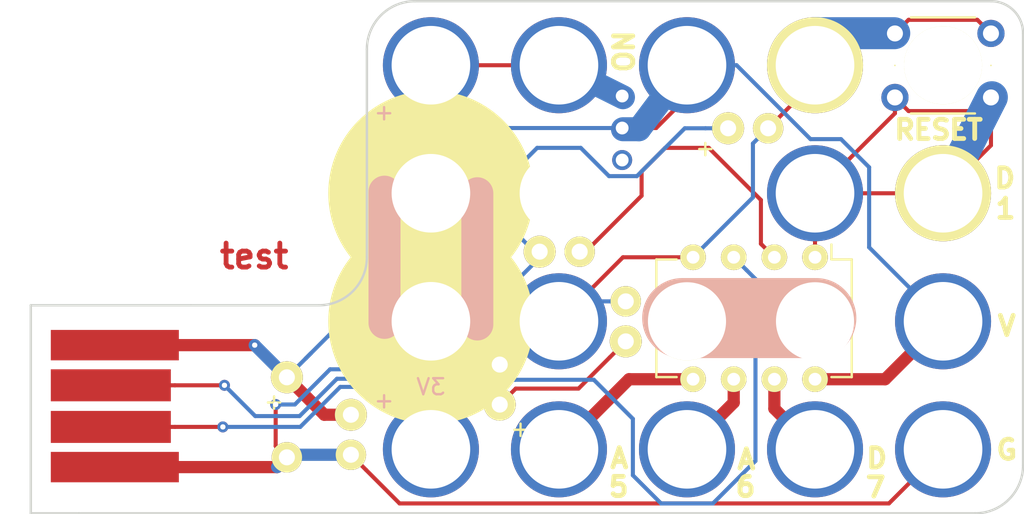
<source format=kicad_pcb>
(kicad_pcb (version 4) (host pcbnew 4.0.4+e1-6308~48~ubuntu14.04.1-stable)

  (general
    (links 35)
    (no_connects 0)
    (area 83.669799 87.669799 153.808772 123.1052)
    (thickness 1.6)
    (drawings 25)
    (tracks 133)
    (zones 0)
    (modules 18)
    (nets 12)
  )

  (page A4)
  (title_block
    (title "Rewire Project - ATTiny85 with USB Traces")
    (date 2016-03-03)
    (rev v1.0)
    (company "All Rights Reserved")
    (comment 1 help@browndoggadgets.com)
    (comment 2 http://www.browndoggadgets.com/)
    (comment 3 "Company: Brown Dog Gadgets")
  )

  (layers
    (0 F.Cu signal)
    (31 B.Cu signal)
    (34 B.Paste user)
    (35 F.Paste user)
    (36 B.SilkS user)
    (37 F.SilkS user)
    (38 B.Mask user)
    (39 F.Mask user)
    (44 Edge.Cuts user)
  )

  (setup
    (last_trace_width 0.1524)
    (user_trace_width 0.1524)
    (user_trace_width 0.254)
    (user_trace_width 0.3302)
    (user_trace_width 0.508)
    (user_trace_width 0.762)
    (trace_clearance 0.254)
    (zone_clearance 0.508)
    (zone_45_only no)
    (trace_min 0.1524)
    (segment_width 0.2)
    (edge_width 0.15)
    (via_size 0.6858)
    (via_drill 0.3302)
    (via_min_size 0.6858)
    (via_min_drill 0.3302)
    (user_via 0.6858 0.3302)
    (user_via 0.762 0.4064)
    (user_via 0.8636 0.508)
    (uvia_size 0.762)
    (uvia_drill 0.508)
    (uvias_allowed no)
    (uvia_min_size 0)
    (uvia_min_drill 0)
    (pcb_text_width 0.3)
    (pcb_text_size 1.5 1.5)
    (mod_edge_width 0.15)
    (mod_text_size 1 1)
    (mod_text_width 0.15)
    (pad_size 6 6)
    (pad_drill 4.91)
    (pad_to_mask_clearance 0.2)
    (aux_axis_origin 0 0)
    (grid_origin 108 110)
    (visible_elements FFFEDF7D)
    (pcbplotparams
      (layerselection 0x010f0_80000001)
      (usegerberextensions true)
      (excludeedgelayer true)
      (linewidth 0.100000)
      (plotframeref false)
      (viasonmask false)
      (mode 1)
      (useauxorigin false)
      (hpglpennumber 1)
      (hpglpenspeed 20)
      (hpglpendiameter 15)
      (hpglpenoverlay 2)
      (psnegative false)
      (psa4output false)
      (plotreference true)
      (plotvalue true)
      (plotinvisibletext false)
      (padsonsilk false)
      (subtractmaskfromsilk false)
      (outputformat 1)
      (mirror false)
      (drillshape 0)
      (scaleselection 1)
      (outputdirectory gerbers/))
  )

  (net 0 "")
  (net 1 "Net-(IC1-Pad1)")
  (net 2 "Net-(IC1-Pad2)")
  (net 3 "Net-(IC1-Pad3)")
  (net 4 GND)
  (net 5 "Net-(IC1-Pad5)")
  (net 6 "Net-(IC1-Pad6)")
  (net 7 "Net-(IC1-Pad7)")
  (net 8 VCC)
  (net 9 "Net-(D1-Pad1)")
  (net 10 "Net-(D2-Pad1)")
  (net 11 "Net-(BT1-Pad1)")

  (net_class Default "This is the default net class."
    (clearance 0.254)
    (trace_width 0.1524)
    (via_dia 0.6858)
    (via_drill 0.3302)
    (uvia_dia 0.762)
    (uvia_drill 0.508)
    (add_net GND)
    (add_net "Net-(BT1-Pad1)")
    (add_net "Net-(D1-Pad1)")
    (add_net "Net-(D2-Pad1)")
    (add_net "Net-(IC1-Pad1)")
    (add_net "Net-(IC1-Pad2)")
    (add_net "Net-(IC1-Pad3)")
    (add_net "Net-(IC1-Pad5)")
    (add_net "Net-(IC1-Pad6)")
    (add_net "Net-(IC1-Pad7)")
    (add_net VCC)
  )

  (net_class Power ""
    (clearance 0.3302)
    (trace_width 0.508)
    (via_dia 0.762)
    (via_drill 0.4064)
    (uvia_dia 0.762)
    (uvia_drill 0.508)
  )

  (module Rewire_Circuits:BUTTON-1x3-90DEGREE-TH-OMRON-B3F-1XXX (layer F.Cu) (tedit 56D7D885) (tstamp 56E4A18C)
    (at 148 94)
    (descr "BUTTON 1x3 TH OMRON B3F-1XXX")
    (tags "Omron B3F-10xx")
    (path /56DAC632)
    (fp_text reference SW1 (at 0.05 0.15) (layer F.SilkS) hide
      (effects (font (size 1 1) (thickness 0.15)))
    )
    (fp_text value SW_PUSH (at -0.45 -4.6 180) (layer F.Fab) hide
      (effects (font (size 1 1) (thickness 0.15)))
    )
    (fp_line (start -3.05 -2) (end -8 -2) (layer B.Cu) (width 2))
    (fp_line (start -2.0066 3.0142) (end 1.9934 3.0142) (layer F.SilkS) (width 0.15))
    (fp_line (start -2.0066 -2.9858) (end 1.9934 -2.9858) (layer F.SilkS) (width 0.15))
    (fp_line (start -3.0066 0.0142) (end -3.0066 0.0142) (layer F.SilkS) (width 0))
    (fp_line (start 1.9934 3.0142) (end -2.0066 3.0142) (layer F.SilkS) (width 0))
    (fp_line (start 1.9934 -2.9858) (end -2.0066 -2.9858) (layer F.SilkS) (width 0))
    (fp_line (start 2.9934 0.0142) (end 2.9934 0.0142) (layer F.SilkS) (width 0))
    (fp_circle (center -0.0066 0.0142) (end 0.9934 1.0142) (layer F.SilkS) (width 0))
    (fp_line (start 0 8) (end 3.05 2) (layer B.Cu) (width 2))
    (pad 2 thru_hole circle (at 2.9934 2.0142) (size 1.7 1.7) (drill 1) (layers *.Cu *.Mask)
      (net 1 "Net-(IC1-Pad1)"))
    (pad 2 thru_hole circle (at -3.0066 2.0142) (size 1.7 1.7) (drill 1) (layers *.Cu *.Mask)
      (net 1 "Net-(IC1-Pad1)"))
    (pad 1 thru_hole circle (at 2.9934 -1.9858) (size 1.7 1.7) (drill 1) (layers *.Cu *.Mask)
      (net 4 GND))
    (pad 1 thru_hole circle (at -3.0066 -1.9858) (size 1.7 1.7) (drill 1) (layers *.Cu *.Mask)
      (net 4 GND))
    (pad "" np_thru_hole circle (at 0 0) (size 4.88 4.88) (drill 4.91) (layers *.Cu *.Mask F.SilkS))
    (pad 1 thru_hole circle (at -8 0) (size 6 6) (drill 4.91) (layers *.Cu *.Mask F.SilkS)
      (net 4 GND))
    (pad 2 thru_hole circle (at 0 8) (size 6 6) (drill 4.91) (layers *.Cu *.Mask F.SilkS)
      (net 1 "Net-(IC1-Pad1)"))
  )

  (module Rewire_Circuits:STANDALONE-LEGO-HOLE-PLATED (layer F.Cu) (tedit 56DA6C70) (tstamp 56F92174)
    (at 148 110)
    (descr "2.54mm pitch through hole polarized 1x2")
    (fp_text reference PAD (at 4.05 3.5) (layer F.SilkS) hide
      (effects (font (size 1 1) (thickness 0.15)))
    )
    (fp_text value HOLE (at 0.3 3.9) (layer F.Fab) hide
      (effects (font (size 1 1) (thickness 0.15)))
    )
    (pad 1 thru_hole circle (at 0 0) (size 6 6) (drill 4.91) (layers *.Cu *.Mask)
      (net 8 VCC))
  )

  (module Rewire_Circuits:DIP8-PLATFORM-TEST-NARROW (layer F.Cu) (tedit 56DA68AE) (tstamp 56F40337)
    (at 136 110 180)
    (descr "8-lead dip package, row spacing 7.62 mm (300 mils)")
    (tags "dil dip 2.54 300")
    (path /56DA9D04)
    (fp_text reference IC1 (at 8 -8 270) (layer F.SilkS) hide
      (effects (font (size 1 1) (thickness 0.15)))
    )
    (fp_text value ATTINY85-P (at 8 8 270) (layer B.SilkS) hide
      (effects (font (size 1 1) (thickness 0.15)) (justify mirror))
    )
    (fp_line (start -4.082 0.2) (end 4.3 0.2) (layer B.SilkS) (width 5))
    (fp_line (start -6.45 5.05) (end 6.1 5.05) (layer F.CrtYd) (width 0.05))
    (fp_line (start -6.45 -4.65) (end 6.1 -4.65) (layer F.CrtYd) (width 0.05))
    (fp_line (start -6.45 5.05) (end -6.45 -4.65) (layer F.CrtYd) (width 0.05))
    (fp_line (start 6.1 5.05) (end 6.1 -4.65) (layer F.CrtYd) (width 0.05))
    (fp_line (start -6.295 3.865) (end -5.025 3.865) (layer F.SilkS) (width 0.15))
    (fp_line (start -6.295 -3.485) (end -5.025 -3.485) (layer F.SilkS) (width 0.15))
    (fp_line (start 5.915 -3.485) (end 4.645 -3.485) (layer F.SilkS) (width 0.15))
    (fp_line (start 5.915 3.865) (end 4.645 3.865) (layer F.SilkS) (width 0.15))
    (fp_line (start -6.295 3.865) (end -6.295 -3.485) (layer F.SilkS) (width 0.15))
    (fp_line (start 5.915 3.865) (end 5.915 -3.485) (layer F.SilkS) (width 0.15))
    (fp_line (start -5.025 3.865) (end -5.025 4.8) (layer F.SilkS) (width 0.15))
    (pad 1 thru_hole oval (at -4 4 270) (size 1.6 1.6) (drill 0.8) (layers *.Cu *.Mask F.SilkS)
      (net 1 "Net-(IC1-Pad1)"))
    (pad 2 thru_hole oval (at -1.46 4 270) (size 1.6 1.6) (drill 0.8) (layers *.Cu *.Mask F.SilkS)
      (net 2 "Net-(IC1-Pad2)"))
    (pad 3 thru_hole oval (at 1.08 4 270) (size 1.6 1.6) (drill 0.8) (layers *.Cu *.Mask F.SilkS)
      (net 3 "Net-(IC1-Pad3)"))
    (pad 4 thru_hole oval (at 3.62 4 270) (size 1.6 1.6) (drill 0.8) (layers *.Cu *.Mask F.SilkS)
      (net 4 GND))
    (pad 5 thru_hole oval (at 3.62 -3.62 270) (size 1.6 1.6) (drill 0.8) (layers *.Cu *.Mask F.SilkS)
      (net 5 "Net-(IC1-Pad5)"))
    (pad 6 thru_hole oval (at 1.08 -3.62 270) (size 1.6 1.6) (drill 0.8) (layers *.Cu *.Mask F.SilkS)
      (net 6 "Net-(IC1-Pad6)"))
    (pad 7 thru_hole oval (at -1.46 -3.62 270) (size 1.6 1.6) (drill 0.8) (layers *.Cu *.Mask F.SilkS)
      (net 7 "Net-(IC1-Pad7)"))
    (pad 8 thru_hole oval (at -4 -3.62 270) (size 1.6 1.6) (drill 0.8) (layers *.Cu *.Mask F.SilkS)
      (net 8 VCC))
    (pad "" np_thru_hole circle (at -4 0 180) (size 4.88 4.88) (drill 4.91) (layers *.Cu *.Mask))
    (pad "" np_thru_hole circle (at 4 0 180) (size 4.88 4.88) (drill 4.91) (layers *.Cu *.Mask F.SilkS))
    (model Housings_DIP.3dshapes/DIP-8_W7.62mm.wrl
      (at (xyz 0 0 0))
      (scale (xyz 1 1 1))
      (rotate (xyz 0 0 0))
    )
  )

  (module Rewire_Circuits:CR2032-1x4 (layer F.Cu) (tedit 56DA6F89) (tstamp 56D966A4)
    (at 116 106 90)
    (descr https://www.linxtechnologies.com/resources/diagrams/bat-hld-001.pdf)
    (path /56DA9359)
    (fp_text reference BT1 (at 4 -2.5 90) (layer F.SilkS) hide
      (effects (font (size 1 1) (thickness 0.15)))
    )
    (fp_text value Battery (at -3.5 -2.5 90) (layer F.Fab) hide
      (effects (font (size 1 1) (thickness 0.15)))
    )
    (fp_line (start -4 0) (end 4 0) (layer B.Mask) (width 5))
    (fp_line (start -4.1 -2.9) (end 4.1 -2.9) (layer B.SilkS) (width 2))
    (fp_text user + (at 9 -3 90) (layer B.SilkS)
      (effects (font (size 1 1) (thickness 0.15)) (justify mirror))
    )
    (fp_circle (center 4 0) (end 5 1) (layer F.SilkS) (width 5))
    (fp_circle (center -4 0) (end -3 1) (layer F.SilkS) (width 5))
    (fp_text user + (at -9 -3 90) (layer B.SilkS)
      (effects (font (size 1 1) (thickness 0.15)) (justify mirror))
    )
    (fp_text user BATT (at 8.1 0 180) (layer B.SilkS) hide
      (effects (font (size 1 1) (thickness 0.15)) (justify mirror))
    )
    (fp_text user 3V (at -8.1 0 180) (layer B.SilkS)
      (effects (font (size 1 1) (thickness 0.15)) (justify mirror))
    )
    (fp_line (start -4.2 2.9) (end 4 2.9) (layer B.SilkS) (width 2))
    (fp_line (start -4 0) (end 4 0) (layer B.Cu) (width 5))
    (pad GND thru_hole circle (at 4 0 90) (size 6 6) (drill 4.91) (layers *.Cu *.Mask)
      (net 4 GND))
    (pad GND thru_hole circle (at -4 0 90) (size 6 6) (drill 4.91) (layers *.Cu *.Mask)
      (net 4 GND))
    (pad 1 thru_hole circle (at -12 0 90) (size 6 6) (drill 4.91) (layers *.Cu *.Mask)
      (net 11 "Net-(BT1-Pad1)"))
    (pad 1 thru_hole circle (at 12 0 90) (size 6 6) (drill 4.91) (layers *.Cu *.Mask)
      (net 11 "Net-(BT1-Pad1)"))
    (pad GND smd rect (at -0.068 0 90) (size 15 5.56) (layers F.Cu F.Paste F.Mask)
      (net 4 GND))
  )

  (module Rewire_Circuits:STANDALONE-2.54MM-TH (layer F.Cu) (tedit 56DA6F5B) (tstamp 56D966AC)
    (at 111 117.12)
    (descr "2.54mm pitch through hole polarized 1x2")
    (path /56DA94F8)
    (fp_text reference C1 (at 3.75 1.65) (layer F.SilkS) hide
      (effects (font (size 1 1) (thickness 0.15)))
    )
    (fp_text value 100nF (at 0.3 3.9) (layer F.Fab) hide
      (effects (font (size 1 1) (thickness 0.15)))
    )
    (fp_text user - (at 0.8 2.5) (layer F.SilkS) hide
      (effects (font (size 1 1) (thickness 0.15)))
    )
    (fp_text user + (at -1.3 -2.78) (layer F.SilkS) hide
      (effects (font (size 1 1) (thickness 0.15)))
    )
    (pad 1 thru_hole circle (at 0 -1.28) (size 2 2) (drill 1.00076) (layers *.Cu *.Mask F.SilkS)
      (net 8 VCC))
    (pad 2 thru_hole circle (at 0 1.22 270) (size 1.9 1.9) (drill 1.00076) (layers *.Cu *.Mask F.SilkS)
      (net 4 GND))
  )

  (module Rewire_Circuits:STANDALONE-LEGO-HOLE-PLATED (layer F.Cu) (tedit 56D93CA4) (tstamp 56D966E5)
    (at 140 102 180)
    (descr "2.54mm pitch through hole polarized 1x2")
    (path /56DAA2BB)
    (fp_text reference P1 (at 4.05 3.5 180) (layer F.SilkS) hide
      (effects (font (size 1 1) (thickness 0.15)))
    )
    (fp_text value TEST_1P (at 0.3 3.9 180) (layer F.Fab) hide
      (effects (font (size 1 1) (thickness 0.15)))
    )
    (pad 1 thru_hole circle (at 0 0 180) (size 6 6) (drill 4.91) (layers *.Cu *.Mask)
      (net 1 "Net-(IC1-Pad1)"))
  )

  (module Rewire_Circuits:USB-A-PCB-TRACES (layer F.Cu) (tedit 56D672FC) (tstamp 56D966F0)
    (at 101.15 115.3 90)
    (path /56DABC0E)
    (attr virtual)
    (fp_text reference P2 (at 0.13 -7.85 90) (layer F.SilkS) hide
      (effects (font (size 1.5 1.5) (thickness 0.15)))
    )
    (fp_text value USB_PCB (at 0.29 -10.13 90) (layer F.SilkS) hide
      (effects (font (size 1.5 1.5) (thickness 0.15)))
    )
    (fp_line (start 6.03 0) (end 6.03 -12) (layer Dwgs.User) (width 0.15))
    (fp_line (start 6.03 0) (end -6.03 0) (layer Dwgs.User) (width 0.15))
    (fp_line (start -6.03 0) (end -6.03 -12) (layer Dwgs.User) (width 0.15))
    (pad 1 connect rect (at 3.81 -4.9 90) (size 1.9 8) (layers F.Cu F.Mask)
      (net 8 VCC))
    (pad 4 connect rect (at -3.81 -4.9 90) (size 1.9 8) (layers F.Cu F.Mask)
      (net 4 GND))
    (pad 3 connect rect (at -1.3 -5.15 90) (size 2 7.5) (layers F.Cu F.Mask)
      (net 9 "Net-(D1-Pad1)"))
    (pad 2 connect rect (at 1.3 -5.15 90) (size 2 7.5) (layers F.Cu F.Mask)
      (net 10 "Net-(D2-Pad1)"))
  )

  (module Rewire_Circuits:STANDALONE-LEGO-HOLE-PLATED (layer F.Cu) (tedit 56D93CA4) (tstamp 56D966F5)
    (at 124 118 180)
    (descr "2.54mm pitch through hole polarized 1x2")
    (path /56DAA135)
    (fp_text reference P5 (at 4.05 3.5 180) (layer F.SilkS) hide
      (effects (font (size 1 1) (thickness 0.15)))
    )
    (fp_text value TEST_1P (at 0.3 3.9 180) (layer F.Fab) hide
      (effects (font (size 1 1) (thickness 0.15)))
    )
    (pad 1 thru_hole circle (at 0 0 180) (size 6 6) (drill 4.91) (layers *.Cu *.Mask)
      (net 5 "Net-(IC1-Pad5)"))
  )

  (module Rewire_Circuits:STANDALONE-LEGO-HOLE-PLATED (layer F.Cu) (tedit 56D93CA4) (tstamp 56D966FA)
    (at 132 118 180)
    (descr "2.54mm pitch through hole polarized 1x2")
    (path /56DAA23A)
    (fp_text reference P6 (at 4.05 3.5 180) (layer F.SilkS) hide
      (effects (font (size 1 1) (thickness 0.15)))
    )
    (fp_text value TEST_1P (at 0.3 3.9 180) (layer F.Fab) hide
      (effects (font (size 1 1) (thickness 0.15)))
    )
    (pad 1 thru_hole circle (at 0 0 180) (size 6 6) (drill 4.91) (layers *.Cu *.Mask)
      (net 6 "Net-(IC1-Pad6)"))
  )

  (module Rewire_Circuits:STANDALONE-LEGO-HOLE-PLATED (layer F.Cu) (tedit 56D93CA4) (tstamp 56D966FF)
    (at 140 118 180)
    (descr "2.54mm pitch through hole polarized 1x2")
    (path /56DAA279)
    (fp_text reference P7 (at 4.05 3.5 180) (layer F.SilkS) hide
      (effects (font (size 1 1) (thickness 0.15)))
    )
    (fp_text value TEST_1P (at 0.3 3.9 180) (layer F.Fab) hide
      (effects (font (size 1 1) (thickness 0.15)))
    )
    (pad 1 thru_hole circle (at 0 0 180) (size 6 6) (drill 4.91) (layers *.Cu *.Mask)
      (net 7 "Net-(IC1-Pad7)"))
  )

  (module Rewire_Circuits:STANDALONE-5MM-TH (layer F.Cu) (tedit 56DA6F54) (tstamp 56D966B4)
    (at 107 116)
    (descr "2.54mm pitch through hole polarized 1x2")
    (path /56DABED7)
    (fp_text reference C2 (at 3.75 1.65) (layer F.SilkS) hide
      (effects (font (size 1 1) (thickness 0.15)))
    )
    (fp_text value 10uF (at 0.3 3.9) (layer F.Fab) hide
      (effects (font (size 1 1) (thickness 0.15)))
    )
    (fp_text user - (at 0.9 1) (layer F.SilkS) hide
      (effects (font (size 1 1) (thickness 0.15)))
    )
    (fp_text user + (at -0.8 -1) (layer F.SilkS)
      (effects (font (size 1 1) (thickness 0.15)))
    )
    (pad 1 thru_hole circle (at 0 -2.5) (size 2 2) (drill 1.00076) (layers *.Cu *.Mask F.SilkS)
      (net 8 VCC))
    (pad 2 thru_hole circle (at 0 2.5 270) (size 1.9 1.9) (drill 1.00076) (layers *.Cu *.Mask F.SilkS)
      (net 4 GND))
  )

  (module Rewire_Circuits:STANDALONE-2.54MM-TH (layer F.Cu) (tedit 56DA6F66) (tstamp 56D966C4)
    (at 135.85 97.94 90)
    (descr "2.54mm pitch through hole polarized 1x2")
    (path /56DAB351)
    (fp_text reference D2 (at 3.75 1.65 90) (layer F.SilkS) hide
      (effects (font (size 1 1) (thickness 0.15)))
    )
    (fp_text value Z3v6 (at 0.3 3.9 90) (layer F.Fab) hide
      (effects (font (size 1 1) (thickness 0.15)))
    )
    (fp_text user - (at 0.8 2.5 90) (layer F.SilkS) hide
      (effects (font (size 1 1) (thickness 0.15)))
    )
    (fp_text user + (at -1.3 -2.78 90) (layer F.SilkS)
      (effects (font (size 1 1) (thickness 0.15)))
    )
    (pad 1 thru_hole circle (at 0 -1.28 90) (size 2 2) (drill 1.00076) (layers *.Cu *.Mask F.SilkS)
      (net 10 "Net-(D2-Pad1)"))
    (pad 2 thru_hole circle (at 0 1.22) (size 1.9 1.9) (drill 1.00076) (layers *.Cu *.Mask F.SilkS)
      (net 4 GND))
  )

  (module Rewire_Circuits:STANDALONE-2.54MM-TH (layer F.Cu) (tedit 56D9CD37) (tstamp 56D9670F)
    (at 120.3 113.925 180)
    (descr "2.54mm pitch through hole polarized 1x2")
    (path /56DAAC83)
    (fp_text reference R2 (at 3.75 1.65 180) (layer F.SilkS) hide
      (effects (font (size 1 1) (thickness 0.15)))
    )
    (fp_text value 220 (at 0.3 3.9 180) (layer F.Fab) hide
      (effects (font (size 1 1) (thickness 0.15)))
    )
    (fp_text user - (at 0.8 2.5 360) (layer F.SilkS)
      (effects (font (size 1 1) (thickness 0.15)))
    )
    (fp_text user + (at -1.3 -2.78 180) (layer F.SilkS)
      (effects (font (size 1 1) (thickness 0.15)))
    )
    (pad 1 thru_hole circle (at 0 -1.28 180) (size 2 2) (drill 1.00076) (layers *.Cu *.Mask F.SilkS)
      (net 9 "Net-(D1-Pad1)"))
    (pad 2 thru_hole circle (at 0 1.22 90) (size 1.9 1.9) (drill 1.00076) (layers *.Cu *.Mask F.SilkS)
      (net 3 "Net-(IC1-Pad3)"))
  )

  (module Rewire_Circuits:STANDALONE-2.54MM-TH (layer F.Cu) (tedit 56DA6F47) (tstamp 56D96707)
    (at 124.075 105.65 90)
    (descr "2.54mm pitch through hole polarized 1x2")
    (path /56DAAC32)
    (fp_text reference R1 (at 3.75 1.65 90) (layer F.SilkS) hide
      (effects (font (size 1 1) (thickness 0.15)))
    )
    (fp_text value 220 (at 0.3 3.9 90) (layer F.Fab) hide
      (effects (font (size 1 1) (thickness 0.15)))
    )
    (fp_text user - (at 0.8 2.5 90) (layer F.SilkS) hide
      (effects (font (size 1 1) (thickness 0.15)))
    )
    (fp_text user + (at -0.03 -3.105 90) (layer F.SilkS) hide
      (effects (font (size 1 1) (thickness 0.15)))
    )
    (pad 1 thru_hole circle (at 0 -1.28 90) (size 2 2) (drill 1.00076) (layers *.Cu *.Mask F.SilkS)
      (net 10 "Net-(D2-Pad1)"))
    (pad 2 thru_hole circle (at 0 1.22) (size 1.9 1.9) (drill 1.00076) (layers *.Cu *.Mask F.SilkS)
      (net 2 "Net-(IC1-Pad2)"))
  )

  (module Rewire_Circuits:STANDALONE-2.54MM-TH (layer F.Cu) (tedit 56DA6F4F) (tstamp 56D966BC)
    (at 128.175 109.975 180)
    (descr "2.54mm pitch through hole polarized 1x2")
    (path /56DAB15B)
    (fp_text reference D1 (at 3.75 1.65 180) (layer F.SilkS) hide
      (effects (font (size 1 1) (thickness 0.15)))
    )
    (fp_text value Z3v6 (at 0.3 3.9 180) (layer F.Fab) hide
      (effects (font (size 1 1) (thickness 0.15)))
    )
    (fp_text user - (at 0.8 2.5 180) (layer F.SilkS) hide
      (effects (font (size 1 1) (thickness 0.15)))
    )
    (fp_text user + (at -1.3 -2.78 180) (layer F.SilkS) hide
      (effects (font (size 1 1) (thickness 0.15)))
    )
    (pad 1 thru_hole circle (at 0 -1.28 180) (size 2 2) (drill 1.00076) (layers *.Cu *.Mask F.SilkS)
      (net 9 "Net-(D1-Pad1)"))
    (pad 2 thru_hole circle (at 0 1.22 90) (size 1.9 1.9) (drill 1.00076) (layers *.Cu *.Mask F.SilkS)
      (net 4 GND))
  )

  (module Rewire_Circuits:STANDALONE-LEGO-HOLE-PLATED (layer F.Cu) (tedit 56DA6E55) (tstamp 56E80EF9)
    (at 148 118)
    (descr "2.54mm pitch through hole polarized 1x2")
    (fp_text reference PAD (at 4.05 3.5) (layer F.SilkS) hide
      (effects (font (size 1 1) (thickness 0.15)))
    )
    (fp_text value HOLE (at 0.3 3.9) (layer F.Fab) hide
      (effects (font (size 1 1) (thickness 0.15)))
    )
    (pad 1 thru_hole circle (at 0 0) (size 6 6) (drill 4.91) (layers *.Cu *.Mask)
      (net 4 GND))
  )

  (module Rewire_Circuits:STANDALONE-LEGO-HOLE-PLATED (layer F.Cu) (tedit 56DA6B39) (tstamp 56F76B70)
    (at 124 110)
    (descr "2.54mm pitch through hole polarized 1x2")
    (fp_text reference PAD (at 4.05 3.5) (layer F.SilkS) hide
      (effects (font (size 1 1) (thickness 0.15)))
    )
    (fp_text value HOLE (at 0.3 3.9) (layer F.Fab) hide
      (effects (font (size 1 1) (thickness 0.15)))
    )
    (pad 1 thru_hole circle (at 0 0) (size 6 6) (drill 4.91) (layers *.Cu *.Mask)
      (net 4 GND))
  )

  (module Rewire_Circuits:SWITCH-SPDT-3PIN-2.5mmPITCH-TH-2x2-A (layer F.Cu) (tedit 56DA6F84) (tstamp 56F92135)
    (at 128 102)
    (descr http://spec_sheets.e-switch.com/specs/P040040.pdf)
    (tags "SWITCH SPDT EG1218 2x3")
    (path /56DA7C20)
    (fp_text reference SW2 (at -4 -12) (layer F.SilkS) hide
      (effects (font (size 1 1) (thickness 0.15)))
    )
    (fp_text value SLIDE (at 0 4.8) (layer F.Fab) hide
      (effects (font (size 1 1) (thickness 0.15)))
    )
    (fp_line (start 0 -6) (end -4 -8) (layer B.Cu) (width 1.5))
    (fp_line (start 1 -4) (end 4 -8) (layer B.Mask) (width 1.5))
    (fp_line (start 0 -4) (end 1 -4) (layer B.Mask) (width 1.5))
    (fp_text user "SLIDE " (at 3.9 -3.975) (layer B.SilkS) hide
      (effects (font (size 1 1) (thickness 0.15)) (justify mirror))
    )
    (fp_text user SWITCH (at -4 -3.95) (layer B.SilkS) hide
      (effects (font (size 1 1) (thickness 0.15)) (justify mirror))
    )
    (fp_line (start 0 -6) (end -4 -8) (layer B.Mask) (width 1.5))
    (fp_line (start 0 -4) (end 1 -4) (layer B.Cu) (width 1.5))
    (fp_line (start 1 -4) (end 4 -8) (layer B.Cu) (width 1.5))
    (pad 2 thru_hole circle (at 4 -8) (size 6 6) (drill 4.91) (layers *.Cu *.Mask)
      (net 8 VCC))
    (pad 2 thru_hole circle (at -0.05 -4.075 270) (size 1.25 1.25) (drill 0.8) (layers *.Cu *.Mask)
      (net 8 VCC))
    (pad 3 thru_hole circle (at -0.05 -6.075 270) (size 1.25 1.25) (drill 0.8) (layers *.Cu *.Mask)
      (net 11 "Net-(BT1-Pad1)"))
    (pad 1 thru_hole circle (at -0.05 -2.075 270) (size 1.25 1.25) (drill 0.8) (layers *.Cu *.Mask))
    (pad "" np_thru_hole circle (at 4 0) (size 4.91 4.91) (drill 4.91) (layers *.Cu))
    (pad 3 thru_hole circle (at -4 -8) (size 6 6) (drill 4.91) (layers *.Cu *.Mask)
      (net 11 "Net-(BT1-Pad1)"))
    (pad "" np_thru_hole circle (at -4 0) (size 4.91 4.91) (drill 4.91) (layers *.Cu))
  )

  (gr_text test (at 104.952 105.936) (layer F.Cu)
    (effects (font (size 1.5 1.5) (thickness 0.3)))
  )
  (gr_text D (at 151.86 101.07) (layer F.SilkS) (tstamp 56F92382)
    (effects (font (size 1.2 1.2) (thickness 0.3)))
  )
  (gr_text D (at 143.86 118.56) (layer F.SilkS) (tstamp 56F9237F)
    (effects (font (size 1.2 1.2) (thickness 0.3)))
  )
  (gr_text "A\n" (at 135.71 118.63) (layer F.SilkS) (tstamp 56F9237E)
    (effects (font (size 1.2 1.2) (thickness 0.3)))
  )
  (gr_text "A\n" (at 127.77 118.56) (layer F.SilkS) (tstamp 56F9237B)
    (effects (font (size 1.2 1.2) (thickness 0.3)))
  )
  (gr_text RESET (at 147.72 98.04) (layer F.SilkS) (tstamp 56F9232D)
    (effects (font (size 1.2 1.2) (thickness 0.3)))
  )
  (gr_text V (at 151.98 110.29) (layer F.SilkS) (tstamp 56F92361)
    (effects (font (size 1.2 1.2) (thickness 0.3)))
  )
  (gr_text G (at 151.98 118.03) (layer F.SilkS) (tstamp 56F9235B)
    (effects (font (size 1.2 1.2) (thickness 0.3)))
  )
  (gr_text 7 (at 143.79 120.38) (layer F.SilkS) (tstamp 56F92357)
    (effects (font (size 1.2 1.2) (thickness 0.3)))
  )
  (gr_text "6\n" (at 135.66 120.35) (layer F.SilkS) (tstamp 56F92353)
    (effects (font (size 1.2 1.2) (thickness 0.3)))
  )
  (gr_text 5 (at 127.73 120.35) (layer F.SilkS) (tstamp 56F9234E)
    (effects (font (size 1.2 1.2) (thickness 0.3)))
  )
  (gr_text "1\n" (at 151.9 102.97) (layer F.SilkS) (tstamp 56F92344)
    (effects (font (size 1.2 1.2) (thickness 0.3)))
  )
  (gr_text ON (at 128.07 93.14 90) (layer F.SilkS)
    (effects (font (size 1.2 1.2) (thickness 0.3)))
  )
  (gr_line (start 101 109) (end 109 109) (layer Edge.Cuts) (width 0.15))
  (gr_line (start 112 93) (end 112 106) (layer Edge.Cuts) (width 0.15))
  (gr_arc (start 109 106) (end 112 106) (angle 90) (layer Edge.Cuts) (width 0.15) (tstamp 56D97BFA))
  (gr_arc (start 115 93) (end 112 93) (angle 90) (layer Edge.Cuts) (width 0.15) (tstamp 56D97BE4))
  (gr_line (start 151 90) (end 115 90) (layer Edge.Cuts) (width 0.15))
  (gr_line (start 91 109) (end 101 109) (layer Edge.Cuts) (width 0.15))
  (gr_line (start 91 122) (end 91 109) (layer Edge.Cuts) (width 0.15))
  (gr_line (start 94 122) (end 91 122) (layer Edge.Cuts) (width 0.15))
  (gr_line (start 150 122) (end 94 122) (layer Edge.Cuts) (width 0.15))
  (gr_line (start 153 92) (end 153 119) (layer Edge.Cuts) (width 0.15))
  (gr_arc (start 150 119) (end 153 119) (angle 90) (layer Edge.Cuts) (width 0.15) (tstamp 56D97BDE))
  (gr_arc (start 151 92) (end 151 90) (angle 90) (layer Edge.Cuts) (width 0.15))

  (segment (start 84 112) (end 84 110) (width 0.1524) (layer Dwgs.User) (net 0))
  (segment (start 84 96) (end 84 88) (width 0.1524) (layer Dwgs.User) (net 0))
  (segment (start 140 102) (end 140 106) (width 0.254) (layer F.Cu) (net 1))
  (segment (start 140 102) (end 144.9934 97.0066) (width 0.254) (layer F.Cu) (net 1))
  (segment (start 144.9934 97.0066) (end 144.9934 96.0142) (width 0.254) (layer F.Cu) (net 1))
  (segment (start 140 102) (end 148 102) (width 0.254) (layer F.Cu) (net 1))
  (segment (start 144.9934 96.0142) (end 145.843399 96.864199) (width 0.254) (layer F.Cu) (net 1))
  (segment (start 150.143401 96.864199) (end 150.9934 96.0142) (width 0.254) (layer F.Cu) (net 1))
  (segment (start 145.843399 96.864199) (end 150.143401 96.864199) (width 0.254) (layer F.Cu) (net 1))
  (segment (start 150.9934 96.0142) (end 150.9934 99.0066) (width 0.254) (layer F.Cu) (net 1))
  (segment (start 150.9934 99.0066) (end 148 102) (width 0.254) (layer F.Cu) (net 1))
  (segment (start 125.32 106) (end 129.163999 102.156001) (width 0.254) (layer F.Cu) (net 2))
  (segment (start 129.163999 102.156001) (end 129.163999 100.638719) (width 0.254) (layer F.Cu) (net 2))
  (segment (start 129.163999 100.638719) (end 130.638719 99.163999) (width 0.254) (layer F.Cu) (net 2))
  (segment (start 136.618999 105.158999) (end 136.660001 105.200001) (width 0.254) (layer F.Cu) (net 2))
  (segment (start 130.638719 99.163999) (end 133.361281 99.163999) (width 0.254) (layer F.Cu) (net 2))
  (segment (start 133.361281 99.163999) (end 136.618999 102.421717) (width 0.254) (layer F.Cu) (net 2))
  (segment (start 136.618999 102.421717) (end 136.618999 105.158999) (width 0.254) (layer F.Cu) (net 2))
  (segment (start 136.660001 105.200001) (end 137.46 106) (width 0.254) (layer F.Cu) (net 2))
  (segment (start 120.3 112.705) (end 121.249999 113.654999) (width 0.254) (layer B.Cu) (net 3))
  (segment (start 121.249999 113.654999) (end 126.179999 113.654999) (width 0.254) (layer B.Cu) (net 3))
  (segment (start 128.618999 119.622881) (end 130.377119 121.381001) (width 0.254) (layer B.Cu) (net 3))
  (segment (start 126.179999 113.654999) (end 128.618999 116.093999) (width 0.254) (layer B.Cu) (net 3))
  (segment (start 128.618999 116.093999) (end 128.618999 119.622881) (width 0.254) (layer B.Cu) (net 3))
  (segment (start 136.278999 118.724883) (end 136.278999 107.358999) (width 0.254) (layer B.Cu) (net 3))
  (segment (start 130.377119 121.381001) (end 133.622881 121.381001) (width 0.254) (layer B.Cu) (net 3))
  (segment (start 136.278999 107.358999) (end 135.719999 106.799999) (width 0.254) (layer B.Cu) (net 3))
  (segment (start 133.622881 121.381001) (end 136.278999 118.724883) (width 0.254) (layer B.Cu) (net 3))
  (segment (start 135.719999 106.799999) (end 134.92 106) (width 0.254) (layer B.Cu) (net 3))
  (segment (start 148 118) (end 144.618999 121.381001) (width 0.254) (layer F.Cu) (net 4))
  (segment (start 144.618999 121.381001) (end 114.041001 121.381001) (width 0.254) (layer F.Cu) (net 4))
  (segment (start 114.041001 121.381001) (end 111.949999 119.289999) (width 0.254) (layer F.Cu) (net 4))
  (segment (start 111.949999 119.289999) (end 111 118.34) (width 0.254) (layer F.Cu) (net 4))
  (segment (start 128.175 108.755) (end 125.245 108.755) (width 0.254) (layer B.Cu) (net 4))
  (segment (start 125.245 108.755) (end 124 110) (width 0.254) (layer B.Cu) (net 4))
  (segment (start 96.25 119.11) (end 106.39 119.11) (width 0.762) (layer F.Cu) (net 4))
  (segment (start 106.39 119.11) (end 107 118.5) (width 0.762) (layer F.Cu) (net 4))
  (segment (start 137.07 97.94) (end 136.120001 98.889999) (width 0.254) (layer B.Cu) (net 4))
  (segment (start 136.120001 98.889999) (end 136.120001 102.259999) (width 0.254) (layer B.Cu) (net 4))
  (segment (start 136.120001 102.259999) (end 133.179999 105.200001) (width 0.254) (layer B.Cu) (net 4))
  (segment (start 133.179999 105.200001) (end 132.38 106) (width 0.254) (layer B.Cu) (net 4))
  (segment (start 106.3 115.2) (end 106.3 117.8) (width 0.254) (layer F.Cu) (net 4))
  (segment (start 106.3 117.8) (end 107 118.5) (width 0.254) (layer F.Cu) (net 4))
  (segment (start 107.5 115.2) (end 106.3 115.2) (width 0.254) (layer B.Cu) (net 4))
  (via (at 106.3 115.2) (size 0.6858) (drill 0.3302) (layers F.Cu B.Cu) (net 4))
  (segment (start 109.700001 112.999999) (end 107.5 115.2) (width 0.254) (layer B.Cu) (net 4))
  (segment (start 116 110) (end 113.000001 112.999999) (width 0.254) (layer B.Cu) (net 4))
  (segment (start 113.000001 112.999999) (end 109.700001 112.999999) (width 0.254) (layer B.Cu) (net 4))
  (segment (start 132.38 106) (end 128 106) (width 0.254) (layer F.Cu) (net 4))
  (segment (start 128 106) (end 124 110) (width 0.254) (layer F.Cu) (net 4))
  (segment (start 116 110) (end 124 110) (width 0.254) (layer F.Cu) (net 4))
  (segment (start 137.07 97.94) (end 140 95.01) (width 0.254) (layer F.Cu) (net 4))
  (segment (start 140 95.01) (end 140 94) (width 0.254) (layer F.Cu) (net 4))
  (segment (start 150.9934 92.0142) (end 150.143401 91.164201) (width 0.254) (layer F.Cu) (net 4))
  (segment (start 150.143401 91.164201) (end 145.843399 91.164201) (width 0.254) (layer F.Cu) (net 4))
  (segment (start 145.843399 91.164201) (end 144.9934 92.0142) (width 0.254) (layer F.Cu) (net 4))
  (segment (start 144.9934 92.0142) (end 141.9858 92.0142) (width 0.254) (layer F.Cu) (net 4))
  (segment (start 141.9858 92.0142) (end 140 94) (width 0.254) (layer F.Cu) (net 4))
  (segment (start 138.78 95.22) (end 140 94) (width 0.254) (layer F.Cu) (net 4))
  (segment (start 111 118.34) (end 107.16 118.34) (width 0.762) (layer B.Cu) (net 4))
  (segment (start 107.16 118.34) (end 107 118.5) (width 0.762) (layer B.Cu) (net 4))
  (segment (start 106.39 119.11) (end 107 118.5) (width 0.762) (layer B.Cu) (net 4))
  (segment (start 132.38 113.62) (end 128.38 113.62) (width 0.762) (layer F.Cu) (net 5))
  (segment (start 128.38 113.62) (end 124 118) (width 0.762) (layer F.Cu) (net 5))
  (segment (start 134.92 113.62) (end 134.92 115.08) (width 0.762) (layer F.Cu) (net 6))
  (segment (start 134.92 115.08) (end 132 118) (width 0.762) (layer F.Cu) (net 6))
  (segment (start 137.46 113.62) (end 137.46 115.46) (width 0.762) (layer F.Cu) (net 7))
  (segment (start 137.46 115.46) (end 140 118) (width 0.762) (layer F.Cu) (net 7))
  (segment (start 108.51 111.99) (end 108.175 112.325) (width 0.254) (layer B.Cu) (net 8))
  (segment (start 108.175 112.325) (end 107 113.5) (width 0.254) (layer B.Cu) (net 8))
  (segment (start 112.618999 106.271001) (end 112.618999 107.881001) (width 0.254) (layer B.Cu) (net 8))
  (segment (start 112.618999 107.881001) (end 108.175 112.325) (width 0.254) (layer B.Cu) (net 8))
  (segment (start 96.25 111.49) (end 104.99 111.49) (width 0.762) (layer F.Cu) (net 8))
  (via (at 104.99 111.49) (size 0.6858) (drill 0.3302) (layers F.Cu B.Cu) (net 8))
  (segment (start 130.075 97.925) (end 132 96) (width 0.254) (layer F.Cu) (net 8))
  (segment (start 132 96) (end 132 94) (width 0.254) (layer F.Cu) (net 8))
  (segment (start 127.95 97.925) (end 130.075 97.925) (width 0.254) (layer F.Cu) (net 8))
  (segment (start 144.38 113.62) (end 148 110) (width 0.762) (layer F.Cu) (net 8))
  (segment (start 148 110) (end 143.381001 105.381001) (width 0.254) (layer B.Cu) (net 8))
  (segment (start 143.381001 105.381001) (end 143.381001 100.377119) (width 0.254) (layer B.Cu) (net 8))
  (segment (start 143.381001 100.377119) (end 141.622881 98.618999) (width 0.254) (layer B.Cu) (net 8))
  (segment (start 135.099882 94) (end 132 94) (width 0.254) (layer B.Cu) (net 8))
  (segment (start 141.622881 98.618999) (end 139.718881 98.618999) (width 0.254) (layer B.Cu) (net 8))
  (segment (start 139.718881 98.618999) (end 135.099882 94) (width 0.254) (layer B.Cu) (net 8))
  (segment (start 140 113.62) (end 144.38 113.62) (width 0.762) (layer F.Cu) (net 8))
  (segment (start 127.95 97.925) (end 113.245 97.925) (width 0.254) (layer B.Cu) (net 8))
  (segment (start 113.245 97.925) (end 112.618999 98.551001) (width 0.254) (layer B.Cu) (net 8))
  (segment (start 112.618999 98.551001) (end 112.618999 106.271001) (width 0.254) (layer B.Cu) (net 8))
  (segment (start 112.618999 106.271001) (end 112.61 106.28) (width 0.254) (layer B.Cu) (net 8))
  (segment (start 111 115.84) (end 109.34 115.84) (width 0.762) (layer F.Cu) (net 8))
  (segment (start 109.34 115.84) (end 107 113.5) (width 0.762) (layer F.Cu) (net 8))
  (segment (start 104.99 111.49) (end 107 113.5) (width 0.762) (layer B.Cu) (net 8))
  (segment (start 120.3 115.205) (end 121.299999 114.205001) (width 0.254) (layer F.Cu) (net 9))
  (segment (start 121.299999 114.205001) (end 125.224999 114.205001) (width 0.254) (layer F.Cu) (net 9))
  (segment (start 125.224999 114.205001) (end 127.175001 112.254999) (width 0.254) (layer F.Cu) (net 9))
  (segment (start 127.175001 112.254999) (end 128.175 111.255) (width 0.254) (layer F.Cu) (net 9))
  (segment (start 103 116.6) (end 107.836872 116.6) (width 0.254) (layer B.Cu) (net 9))
  (segment (start 107.836872 116.6) (end 110.336872 114.1) (width 0.254) (layer B.Cu) (net 9))
  (segment (start 110.336872 114.1) (end 119.195 114.1) (width 0.254) (layer B.Cu) (net 9))
  (segment (start 119.195 114.1) (end 120.3 115.205) (width 0.254) (layer B.Cu) (net 9))
  (segment (start 100.004 116.6) (end 103 116.6) (width 0.254) (layer F.Cu) (net 9))
  (via (at 103 116.6) (size 0.6858) (drill 0.3302) (layers F.Cu B.Cu) (net 9))
  (segment (start 96 116.6) (end 100.004 116.6) (width 0.254) (layer F.Cu) (net 9))
  (segment (start 131.862718 97.94) (end 133.155787 97.94) (width 0.254) (layer B.Cu) (net 10))
  (segment (start 133.155787 97.94) (end 134.57 97.94) (width 0.254) (layer B.Cu) (net 10))
  (segment (start 125.361281 99.163999) (end 127.128283 100.931001) (width 0.254) (layer B.Cu) (net 10))
  (segment (start 121.163999 100.638719) (end 122.638719 99.163999) (width 0.254) (layer B.Cu) (net 10))
  (segment (start 128.871717 100.931001) (end 131.862718 97.94) (width 0.254) (layer B.Cu) (net 10))
  (segment (start 119.69199 111.234128) (end 119.69199 109.12801) (width 0.254) (layer B.Cu) (net 10))
  (segment (start 121.163999 104.343999) (end 121.163999 100.638719) (width 0.254) (layer B.Cu) (net 10))
  (segment (start 127.128283 100.931001) (end 128.871717 100.931001) (width 0.254) (layer B.Cu) (net 10))
  (segment (start 105.023902 115.923902) (end 107.794534 115.923902) (width 0.254) (layer B.Cu) (net 10))
  (segment (start 119.69199 109.12801) (end 122.82 106) (width 0.254) (layer B.Cu) (net 10))
  (segment (start 110.126447 113.591989) (end 117.334129 113.591989) (width 0.254) (layer B.Cu) (net 10))
  (segment (start 117.334129 113.591989) (end 119.69199 111.234128) (width 0.254) (layer B.Cu) (net 10))
  (segment (start 122.82 106) (end 121.163999 104.343999) (width 0.254) (layer B.Cu) (net 10))
  (segment (start 107.794534 115.923902) (end 110.126447 113.591989) (width 0.254) (layer B.Cu) (net 10))
  (segment (start 103.1 114) (end 105.023902 115.923902) (width 0.254) (layer B.Cu) (net 10))
  (segment (start 122.638719 99.163999) (end 125.361281 99.163999) (width 0.254) (layer B.Cu) (net 10))
  (via (at 103.1 114) (size 0.6858) (drill 0.3302) (layers F.Cu B.Cu) (net 10))
  (segment (start 100.004 114) (end 103.1 114) (width 0.254) (layer F.Cu) (net 10))
  (segment (start 96 114) (end 100.004 114) (width 0.254) (layer F.Cu) (net 10))
  (segment (start 116.12 93.97) (end 112.618999 97.471001) (width 0.254) (layer F.Cu) (net 11))
  (segment (start 112.618999 97.471001) (end 112.618999 108.358999) (width 0.254) (layer F.Cu) (net 11))
  (segment (start 112.618999 108.358999) (end 112.63 108.37) (width 0.254) (layer F.Cu) (net 11))
  (segment (start 112.63 108.37) (end 112 109) (width 0.254) (layer F.Cu) (net 11))
  (segment (start 112 109) (end 112 114) (width 0.254) (layer F.Cu) (net 11))
  (segment (start 112 114) (end 116 118) (width 0.254) (layer F.Cu) (net 11))
  (segment (start 127.95 95.925) (end 127.066117 95.925) (width 0.254) (layer F.Cu) (net 11))
  (segment (start 127.066117 95.925) (end 125.141117 94) (width 0.254) (layer F.Cu) (net 11))
  (segment (start 125.141117 94) (end 124 94) (width 0.254) (layer F.Cu) (net 11))
  (segment (start 116 94) (end 124 94) (width 0.254) (layer F.Cu) (net 11))
  (segment (start 116.075 93.925) (end 116 94) (width 0.762) (layer B.Cu) (net 11))

)

</source>
